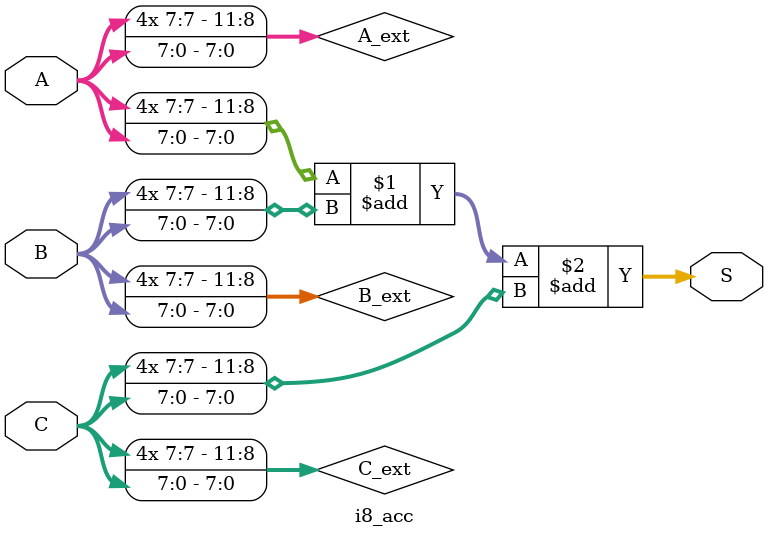
<source format=v>
module i8_acc(
    input signed [7:0] A,
    input signed [7:0] B,
    input signed [7:0] C,
    output signed [11:0] S
);

wire signed [11:0] A_ext = {{4{A[7]}}, A};
wire signed [11:0] B_ext = {{4{B[7]}}, B};
wire signed [11:0] C_ext = {{4{C[7]}}, C};

assign S = A_ext + B_ext + C_ext;

endmodule


</source>
